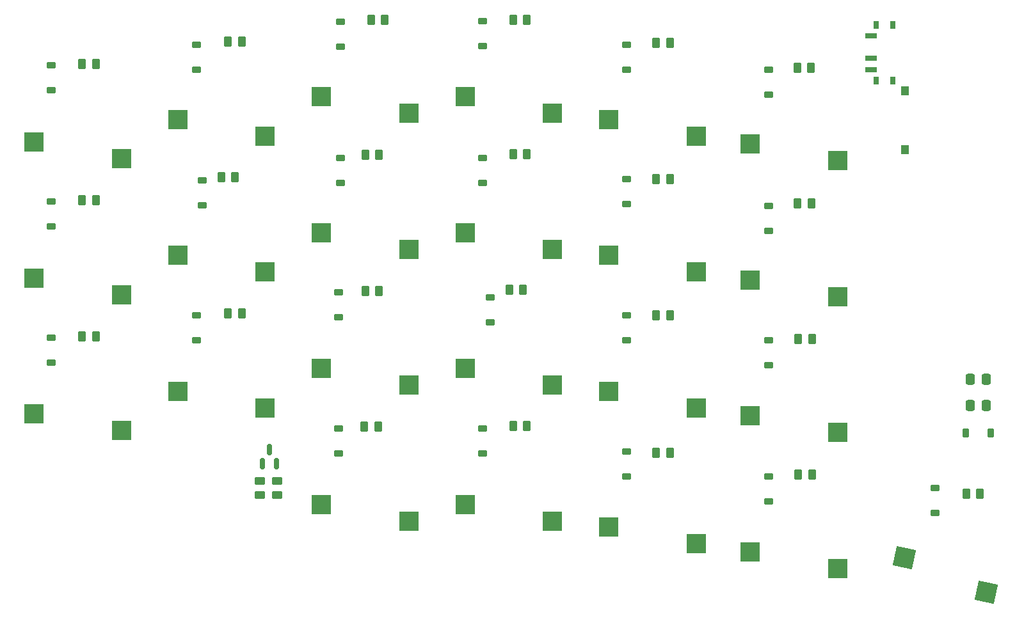
<source format=gbr>
%TF.GenerationSoftware,KiCad,Pcbnew,7.0.5-0*%
%TF.CreationDate,2023-10-18T13:26:08+10:30*%
%TF.ProjectId,Rolio,526f6c69-6f2e-46b6-9963-61645f706362,rev?*%
%TF.SameCoordinates,Original*%
%TF.FileFunction,Paste,Bot*%
%TF.FilePolarity,Positive*%
%FSLAX46Y46*%
G04 Gerber Fmt 4.6, Leading zero omitted, Abs format (unit mm)*
G04 Created by KiCad (PCBNEW 7.0.5-0) date 2023-10-18 13:26:08*
%MOMM*%
%LPD*%
G01*
G04 APERTURE LIST*
G04 Aperture macros list*
%AMRoundRect*
0 Rectangle with rounded corners*
0 $1 Rounding radius*
0 $2 $3 $4 $5 $6 $7 $8 $9 X,Y pos of 4 corners*
0 Add a 4 corners polygon primitive as box body*
4,1,4,$2,$3,$4,$5,$6,$7,$8,$9,$2,$3,0*
0 Add four circle primitives for the rounded corners*
1,1,$1+$1,$2,$3*
1,1,$1+$1,$4,$5*
1,1,$1+$1,$6,$7*
1,1,$1+$1,$8,$9*
0 Add four rect primitives between the rounded corners*
20,1,$1+$1,$2,$3,$4,$5,0*
20,1,$1+$1,$4,$5,$6,$7,0*
20,1,$1+$1,$6,$7,$8,$9,0*
20,1,$1+$1,$8,$9,$2,$3,0*%
%AMRotRect*
0 Rectangle, with rotation*
0 The origin of the aperture is its center*
0 $1 length*
0 $2 width*
0 $3 Rotation angle, in degrees counterclockwise*
0 Add horizontal line*
21,1,$1,$2,0,0,$3*%
G04 Aperture macros list end*
%ADD10R,2.600000X2.600000*%
%ADD11RotRect,2.600000X2.600000X348.000000*%
%ADD12RoundRect,0.250000X0.262500X0.450000X-0.262500X0.450000X-0.262500X-0.450000X0.262500X-0.450000X0*%
%ADD13RoundRect,0.225000X-0.375000X0.225000X-0.375000X-0.225000X0.375000X-0.225000X0.375000X0.225000X0*%
%ADD14RoundRect,0.250000X-0.337500X-0.475000X0.337500X-0.475000X0.337500X0.475000X-0.337500X0.475000X0*%
%ADD15RoundRect,0.250000X0.450000X-0.262500X0.450000X0.262500X-0.450000X0.262500X-0.450000X-0.262500X0*%
%ADD16R,0.800000X1.000000*%
%ADD17R,1.500000X0.700000*%
%ADD18R,1.000000X1.250000*%
%ADD19RoundRect,0.225000X-0.225000X-0.375000X0.225000X-0.375000X0.225000X0.375000X-0.225000X0.375000X0*%
%ADD20RoundRect,0.150000X0.150000X-0.587500X0.150000X0.587500X-0.150000X0.587500X-0.150000X-0.587500X0*%
G04 APERTURE END LIST*
D10*
%TO.C,SW_B0*%
X-107807400Y-16704000D03*
X-119357400Y-14504000D03*
%TD*%
%TO.C,SW_B3*%
X-69807400Y-67704000D03*
X-81357400Y-65504000D03*
%TD*%
%TO.C,SW_B4*%
X-88807400Y-67704000D03*
X-100357400Y-65504000D03*
%TD*%
%TO.C,SW_C1*%
X-88807400Y-31704000D03*
X-100357400Y-29504000D03*
%TD*%
%TO.C,SW_B1*%
X-107807400Y-34704000D03*
X-119357400Y-32504000D03*
%TD*%
%TO.C,SW_F0*%
X-32074500Y-19954000D03*
X-43624500Y-17754000D03*
%TD*%
%TO.C,SW_A2*%
X-126807400Y-55704000D03*
X-138357400Y-53504000D03*
%TD*%
%TO.C,SW_D1*%
X-69807400Y-31704000D03*
X-81357400Y-29504000D03*
%TD*%
%TO.C,SW_E2*%
X-50807400Y-52704000D03*
X-62357400Y-50504000D03*
%TD*%
%TO.C,SW_D2*%
X-69807400Y-49704000D03*
X-81357400Y-47504000D03*
%TD*%
%TO.C,SW_E0*%
X-50807400Y-16704000D03*
X-62357400Y-14504000D03*
%TD*%
%TO.C,SW_A1*%
X-126807400Y-37704000D03*
X-138357400Y-35504000D03*
%TD*%
%TO.C,SW_A0*%
X-126807400Y-19704000D03*
X-138357400Y-17504000D03*
%TD*%
%TO.C,SW_F2*%
X-32074500Y-55954000D03*
X-43624500Y-53754000D03*
%TD*%
%TO.C,SW_D0*%
X-69807400Y-13704000D03*
X-81357400Y-11504000D03*
%TD*%
D11*
%TO.C,SW_E3*%
X-12444477Y-77123654D03*
X-23284676Y-72570349D03*
%TD*%
D10*
%TO.C,SW_F1*%
X-32074500Y-37999000D03*
X-43624500Y-35799000D03*
%TD*%
%TO.C,SW_C2*%
X-88807400Y-49704000D03*
X-100357400Y-47504000D03*
%TD*%
%TO.C,SW_E1*%
X-50807400Y-34704000D03*
X-62357400Y-32504000D03*
%TD*%
%TO.C,SW_C0*%
X-88807400Y-13704000D03*
X-100357400Y-11504000D03*
%TD*%
%TO.C,SW_C3*%
X-50807400Y-70704000D03*
X-62357400Y-68504000D03*
%TD*%
%TO.C,SW_B2*%
X-107807400Y-52704000D03*
X-119357400Y-50504000D03*
%TD*%
%TO.C,SW_F3*%
X-32074500Y-73954000D03*
X-43624500Y-71754000D03*
%TD*%
D12*
%TO.C,R8*%
X-130215210Y-7204000D03*
X-132040210Y-7204000D03*
%TD*%
D13*
%TO.C,D17*%
X-116874400Y-40472000D03*
X-116874400Y-43772000D03*
%TD*%
D14*
%TO.C,C1*%
X-14512400Y-52373000D03*
X-12437400Y-52373000D03*
%TD*%
D13*
%TO.C,D10*%
X-97824400Y-19644000D03*
X-97824400Y-22944000D03*
%TD*%
%TO.C,D13*%
X-41182400Y-43774000D03*
X-41182400Y-47074000D03*
%TD*%
D12*
%TO.C,R12*%
X-92744400Y-19204000D03*
X-94569400Y-19204000D03*
%TD*%
D13*
%TO.C,D1*%
X-41182400Y-7960000D03*
X-41182400Y-11260000D03*
%TD*%
D12*
%TO.C,R10*%
X-54239900Y-22438000D03*
X-56064900Y-22438000D03*
%TD*%
D13*
%TO.C,D12*%
X-136144000Y-25386500D03*
X-136144000Y-28686500D03*
%TD*%
D14*
%TO.C,C2*%
X-14512400Y-48902000D03*
X-12437400Y-48902000D03*
%TD*%
D13*
%TO.C,D14*%
X-59978400Y-40472000D03*
X-59978400Y-43772000D03*
%TD*%
D15*
%TO.C,R2*%
X-106206400Y-64244500D03*
X-106206400Y-62419500D03*
%TD*%
D12*
%TO.C,R21*%
X-13242400Y-64094000D03*
X-15067400Y-64094000D03*
%TD*%
D13*
%TO.C,D15*%
X-78012400Y-38060000D03*
X-78012400Y-41360000D03*
%TD*%
D12*
%TO.C,R18*%
X-92744400Y-37204000D03*
X-94569400Y-37204000D03*
%TD*%
%TO.C,R19*%
X-110911210Y-40204000D03*
X-112736210Y-40204000D03*
%TD*%
%TO.C,R14*%
X-130215210Y-25204000D03*
X-132040210Y-25204000D03*
%TD*%
D13*
%TO.C,D3*%
X-79028400Y-1484000D03*
X-79028400Y-4784000D03*
%TD*%
D12*
%TO.C,R24*%
X-73186400Y-55136000D03*
X-75011400Y-55136000D03*
%TD*%
D15*
%TO.C,R1*%
X-108492400Y-64244500D03*
X-108492400Y-62419500D03*
%TD*%
D13*
%TO.C,D22*%
X-59978400Y-58510000D03*
X-59978400Y-61810000D03*
%TD*%
%TO.C,D23*%
X-79028400Y-55458000D03*
X-79028400Y-58758000D03*
%TD*%
%TO.C,D11*%
X-116112400Y-22566000D03*
X-116112400Y-25866000D03*
%TD*%
%TO.C,D7*%
X-41182400Y-25994000D03*
X-41182400Y-29294000D03*
%TD*%
D16*
%TO.C,SW4*%
X-24781400Y-2044000D03*
X-26991400Y-2044000D03*
X-24781400Y-9344000D03*
X-26991400Y-9344000D03*
D17*
X-27641400Y-3444000D03*
X-27641400Y-6444000D03*
X-27641400Y-7944000D03*
%TD*%
D12*
%TO.C,R20*%
X-130215210Y-43204000D03*
X-132040210Y-43204000D03*
%TD*%
D13*
%TO.C,D20*%
X-19173454Y-63295944D03*
X-19173454Y-66595944D03*
%TD*%
D12*
%TO.C,R6*%
X-91982400Y-1356000D03*
X-93807400Y-1356000D03*
%TD*%
D13*
%TO.C,D29*%
X-98078400Y-55458000D03*
X-98078400Y-58758000D03*
%TD*%
%TO.C,D4*%
X-97824400Y-1610000D03*
X-97824400Y-4910000D03*
%TD*%
D12*
%TO.C,R4*%
X-54239900Y-4404000D03*
X-56064900Y-4404000D03*
%TD*%
D18*
%TO.C,RESET1*%
X-23126400Y-10737000D03*
X-23126400Y-18487000D03*
%TD*%
D13*
%TO.C,D2*%
X-59978400Y-4658000D03*
X-59978400Y-7958000D03*
%TD*%
%TO.C,D8*%
X-59978400Y-22438000D03*
X-59978400Y-25738000D03*
%TD*%
D12*
%TO.C,R11*%
X-73186400Y-19136000D03*
X-75011400Y-19136000D03*
%TD*%
D13*
%TO.C,D18*%
X-136144000Y-43386500D03*
X-136144000Y-46686500D03*
%TD*%
D12*
%TO.C,R15*%
X-35443900Y-43554000D03*
X-37268900Y-43554000D03*
%TD*%
%TO.C,R22*%
X-35443900Y-61554000D03*
X-37268900Y-61554000D03*
%TD*%
D13*
%TO.C,D5*%
X-116874400Y-4658000D03*
X-116874400Y-7958000D03*
%TD*%
D12*
%TO.C,R7*%
X-110911210Y-4204000D03*
X-112736210Y-4204000D03*
%TD*%
D13*
%TO.C,D6*%
X-136144000Y-7386500D03*
X-136144000Y-10686500D03*
%TD*%
%TO.C,D9*%
X-79028400Y-19644000D03*
X-79028400Y-22944000D03*
%TD*%
D12*
%TO.C,R25*%
X-92864400Y-55204000D03*
X-94689400Y-55204000D03*
%TD*%
D19*
%TO.C,D19*%
X-15147400Y-56014000D03*
X-11847400Y-56014000D03*
%TD*%
D20*
%TO.C,Q1*%
X-106272400Y-60127000D03*
X-108172400Y-60127000D03*
X-107222400Y-58252000D03*
%TD*%
D12*
%TO.C,R23*%
X-54239900Y-58688000D03*
X-56064900Y-58688000D03*
%TD*%
D13*
%TO.C,D21*%
X-41182400Y-61808000D03*
X-41182400Y-65108000D03*
%TD*%
D12*
%TO.C,R5*%
X-73186400Y-1356000D03*
X-75011400Y-1356000D03*
%TD*%
D13*
%TO.C,D16*%
X-98078400Y-37424000D03*
X-98078400Y-40724000D03*
%TD*%
D12*
%TO.C,R17*%
X-73694400Y-37070000D03*
X-75519400Y-37070000D03*
%TD*%
%TO.C,R16*%
X-54239900Y-40438000D03*
X-56064900Y-40438000D03*
%TD*%
%TO.C,R9*%
X-35547400Y-25599000D03*
X-37372400Y-25599000D03*
%TD*%
%TO.C,R3*%
X-35594400Y-7706000D03*
X-37419400Y-7706000D03*
%TD*%
%TO.C,R13*%
X-111779210Y-22204000D03*
X-113604210Y-22204000D03*
%TD*%
M02*

</source>
